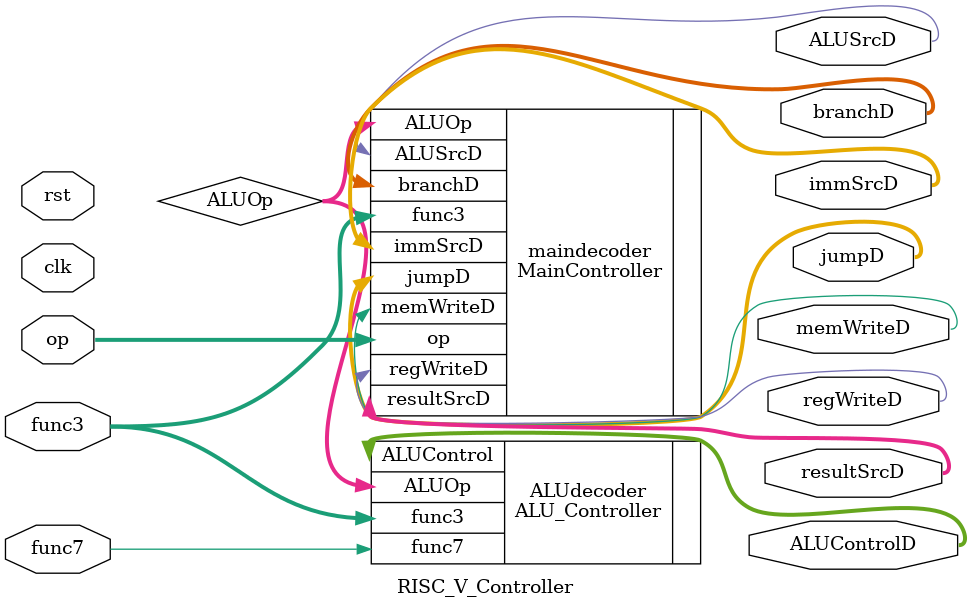
<source format=v>
module RISC_V_Controller(clk, rst, op, func3, func7,
                         regWriteD, resultSrcD, memWriteD,
                         jumpD, branchD, ALUControlD,
                         ALUSrcD, immSrcD);
    input [6:0] op;
    input [2:0] func3;
    input clk, rst, func7;
    
    output ALUSrcD, memWriteD, regWriteD;
    output [1:0] resultSrcD, jumpD;
    output [2:0] ALUControlD, immSrcD,branchD;

    wire [1:0] ALUOp;

    MainController maindecoder(
        .op(op), .func3(func3), .regWriteD(regWriteD), 
        .resultSrcD(resultSrcD), .memWriteD(memWriteD),
        .jumpD(jumpD), .branchD(branchD), .ALUOp(ALUOp), 
        .ALUSrcD(ALUSrcD), .immSrcD(immSrcD)
    );
    
    ALU_Controller ALUdecoder(
        .func3(func3), .func7(func7), .ALUOp(ALUOp), 
        .ALUControl(ALUControlD)
    );
    
endmodule

</source>
